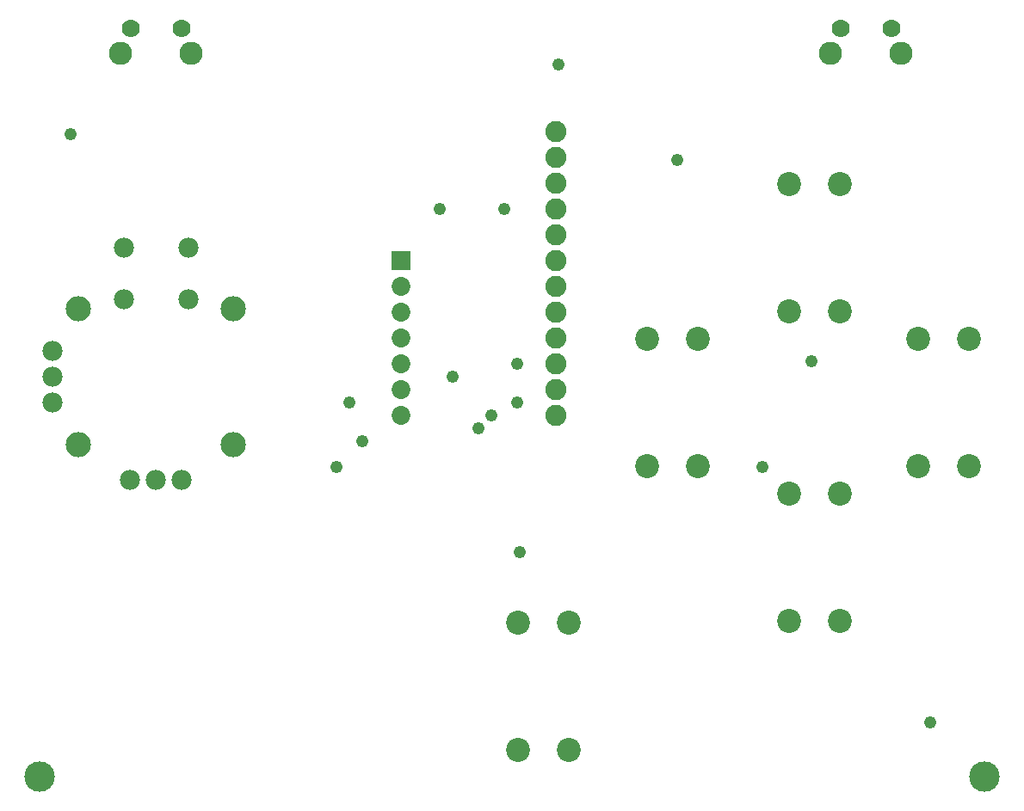
<source format=gbr>
G04 EAGLE Gerber RS-274X export*
G75*
%MOMM*%
%FSLAX34Y34*%
%LPD*%
%INSoldermask Bottom*%
%IPPOS*%
%AMOC8*
5,1,8,0,0,1.08239X$1,22.5*%
G01*
%ADD10C,3.003200*%
%ADD11C,2.082800*%
%ADD12R,1.853200X1.853200*%
%ADD13C,1.853200*%
%ADD14C,2.489200*%
%ADD15C,1.981200*%
%ADD16C,2.362200*%
%ADD17C,2.286000*%
%ADD18C,1.778000*%
%ADD19C,1.209600*%


D10*
X38100Y38100D03*
X967740Y38100D03*
D11*
X546100Y393700D03*
X546100Y419100D03*
X546100Y444500D03*
X546100Y469900D03*
X546100Y495300D03*
X546100Y520700D03*
X546100Y546100D03*
X546100Y571500D03*
X546100Y596900D03*
X546100Y622300D03*
X546100Y647700D03*
X546100Y673100D03*
D12*
X393700Y546100D03*
D13*
X393700Y520700D03*
X393700Y495300D03*
X393700Y469900D03*
X393700Y444500D03*
X393700Y419100D03*
X393700Y393700D03*
D14*
X76200Y498475D03*
X228600Y498475D03*
X228600Y365125D03*
X76200Y365125D03*
D15*
X177800Y330200D03*
X152400Y330200D03*
X127000Y330200D03*
X50800Y431800D03*
X50800Y406400D03*
X50800Y457200D03*
X184150Y508000D03*
X120650Y508000D03*
X120650Y558800D03*
X184150Y558800D03*
D16*
X775100Y191500D03*
X825100Y191500D03*
X825100Y316500D03*
X775100Y316500D03*
X508400Y64500D03*
X558400Y64500D03*
X558400Y189500D03*
X508400Y189500D03*
X775100Y496300D03*
X825100Y496300D03*
X825100Y621300D03*
X775100Y621300D03*
X902100Y343900D03*
X952100Y343900D03*
X952100Y468900D03*
X902100Y468900D03*
X635400Y343900D03*
X685400Y343900D03*
X685400Y468900D03*
X635400Y468900D03*
D17*
X885900Y749700D03*
D18*
X825900Y774700D03*
X875900Y774700D03*
D17*
X815900Y749700D03*
X187400Y749700D03*
D18*
X127400Y774700D03*
X177400Y774700D03*
D17*
X117400Y749700D03*
D19*
X495300Y596900D03*
X431800Y596900D03*
X469900Y381000D03*
X330200Y342900D03*
X342900Y406400D03*
X665480Y645160D03*
X749300Y342900D03*
X482600Y393700D03*
X444500Y431800D03*
X797560Y447040D03*
X508000Y406400D03*
X508000Y444500D03*
X355600Y368300D03*
X68580Y670560D03*
X510540Y259080D03*
X914400Y91440D03*
X548640Y739140D03*
M02*

</source>
